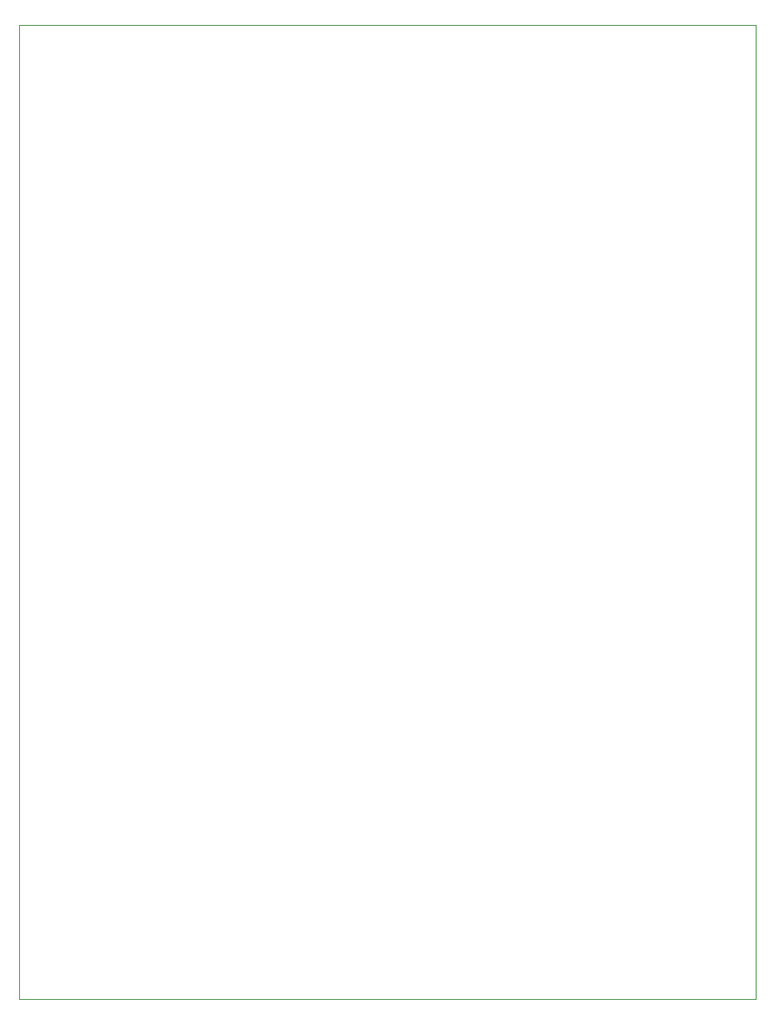
<source format=gbr>
%TF.GenerationSoftware,KiCad,Pcbnew,(5.1.6)-1*%
%TF.CreationDate,2022-08-08T10:05:23-05:00*%
%TF.ProjectId,controller4,636f6e74-726f-46c6-9c65-72342e6b6963,rev?*%
%TF.SameCoordinates,Original*%
%TF.FileFunction,Profile,NP*%
%FSLAX46Y46*%
G04 Gerber Fmt 4.6, Leading zero omitted, Abs format (unit mm)*
G04 Created by KiCad (PCBNEW (5.1.6)-1) date 2022-08-08 10:05:23*
%MOMM*%
%LPD*%
G01*
G04 APERTURE LIST*
%TA.AperFunction,Profile*%
%ADD10C,0.100000*%
%TD*%
G04 APERTURE END LIST*
D10*
X74930000Y-60000D02*
X74930000Y99000000D01*
X0Y-60000D02*
X74930000Y-60000D01*
X0Y99000000D02*
X0Y-60000D01*
X74930000Y99000000D02*
X0Y99000000D01*
M02*

</source>
